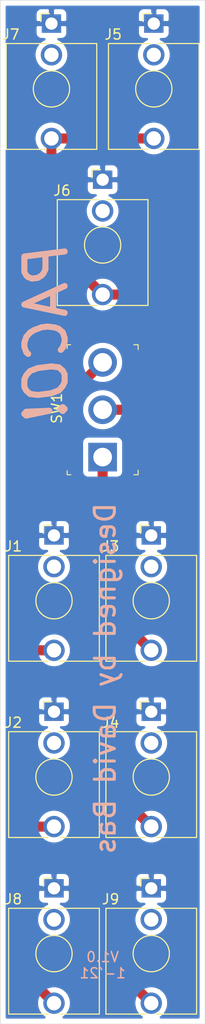
<source format=kicad_pcb>
(kicad_pcb (version 20171130) (host pcbnew "(5.1.8)-1")

  (general
    (thickness 1.6)
    (drawings 7)
    (tracks 25)
    (zones 0)
    (modules 10)
    (nets 5)
  )

  (page A4)
  (layers
    (0 F.Cu signal hide)
    (31 B.Cu signal hide)
    (32 B.Adhes user hide)
    (33 F.Adhes user hide)
    (34 B.Paste user hide)
    (35 F.Paste user hide)
    (36 B.SilkS user)
    (37 F.SilkS user hide)
    (38 B.Mask user)
    (39 F.Mask user)
    (40 Dwgs.User user hide)
    (41 Cmts.User user hide)
    (42 Eco1.User user hide)
    (43 Eco2.User user hide)
    (44 Edge.Cuts user)
    (45 Margin user hide)
    (46 B.CrtYd user)
    (47 F.CrtYd user hide)
    (48 B.Fab user hide)
    (49 F.Fab user hide)
  )

  (setup
    (last_trace_width 1)
    (user_trace_width 20)
    (trace_clearance 0.2)
    (zone_clearance 0.508)
    (zone_45_only no)
    (trace_min 0.2)
    (via_size 0.8)
    (via_drill 0.4)
    (via_min_size 0.4)
    (via_min_drill 0.3)
    (uvia_size 0.3)
    (uvia_drill 0.1)
    (uvias_allowed no)
    (uvia_min_size 0.2)
    (uvia_min_drill 0.1)
    (edge_width 0.05)
    (segment_width 0.2)
    (pcb_text_width 0.3)
    (pcb_text_size 1.5 1.5)
    (mod_edge_width 0.12)
    (mod_text_size 1 1)
    (mod_text_width 0.15)
    (pad_size 1.524 1.524)
    (pad_drill 0.762)
    (pad_to_mask_clearance 0)
    (aux_axis_origin 0 0)
    (visible_elements 7FFFFFFF)
    (pcbplotparams
      (layerselection 0x010f0_ffffffff)
      (usegerberextensions false)
      (usegerberattributes true)
      (usegerberadvancedattributes true)
      (creategerberjobfile true)
      (excludeedgelayer true)
      (linewidth 0.100000)
      (plotframeref false)
      (viasonmask false)
      (mode 1)
      (useauxorigin false)
      (hpglpennumber 1)
      (hpglpenspeed 20)
      (hpglpendiameter 15.000000)
      (psnegative false)
      (psa4output false)
      (plotreference true)
      (plotvalue true)
      (plotinvisibletext false)
      (padsonsilk false)
      (subtractmaskfromsilk true)
      (outputformat 1)
      (mirror false)
      (drillshape 0)
      (scaleselection 1)
      (outputdirectory ""))
  )

  (net 0 "")
  (net 1 "Net-(J1-PadT)")
  (net 2 GND)
  (net 3 "Net-(J3-PadT)")
  (net 4 "Net-(J5-PadT)")

  (net_class Default "This is the default net class."
    (clearance 0.2)
    (trace_width 1)
    (via_dia 0.8)
    (via_drill 0.4)
    (uvia_dia 0.3)
    (uvia_drill 0.1)
    (add_net GND)
    (add_net "Net-(J1-PadT)")
    (add_net "Net-(J3-PadT)")
    (add_net "Net-(J5-PadT)")
    (add_net "Net-(J5-PadTN)")
    (add_net "Net-(J6-PadTN)")
    (add_net "Net-(J7-PadTN)")
    (add_net "Net-(J8-PadTN)")
    (add_net "Net-(J9-PadTN)")
  )

  (module Connector_Audio:Jack_3.5mm_QingPu_WQP-PJ398SM_Vertical_CircularHoles (layer F.Cu) (tedit 5C2B6BB2) (tstamp 5FF54583)
    (at 116.586 138.938)
    (descr "TRS 3.5mm, vertical, Thonkiconn, PCB mount, (http://www.qingpu-electronics.com/en/products/WQP-PJ398SM-362.html)")
    (tags "WQP-PJ398SM WQP-PJ301M-12 TRS 3.5mm mono vertical jack thonkiconn qingpu")
    (path /6007618D)
    (fp_text reference J9 (at -4.03 1.08 180) (layer F.SilkS)
      (effects (font (size 1 1) (thickness 0.15)))
    )
    (fp_text value AudioJack2_SwitchT (at 0 5 180) (layer F.Fab)
      (effects (font (size 1 1) (thickness 0.15)))
    )
    (fp_text user %R (at 0 8 180) (layer F.Fab)
      (effects (font (size 1 1) (thickness 0.15)))
    )
    (fp_text user KEEPOUT (at 0 6.48) (layer Cmts.User)
      (effects (font (size 0.4 0.4) (thickness 0.051)))
    )
    (fp_line (start -5 12.98) (end -5 -1.42) (layer F.CrtYd) (width 0.05))
    (fp_line (start -4.5 12.48) (end -4.5 2.08) (layer F.Fab) (width 0.1))
    (fp_line (start -4.5 1.98) (end -4.5 12.48) (layer F.SilkS) (width 0.12))
    (fp_line (start 4.5 1.98) (end 4.5 12.48) (layer F.SilkS) (width 0.12))
    (fp_circle (center 0 6.48) (end 1.5 6.48) (layer Dwgs.User) (width 0.12))
    (fp_line (start 0.09 7.96) (end 1.48 6.57) (layer Dwgs.User) (width 0.12))
    (fp_line (start -0.58 7.83) (end 1.36 5.89) (layer Dwgs.User) (width 0.12))
    (fp_line (start -1.07 7.49) (end 1.01 5.41) (layer Dwgs.User) (width 0.12))
    (fp_line (start -1.42 6.875) (end 0.4 5.06) (layer Dwgs.User) (width 0.12))
    (fp_line (start -1.41 6.02) (end -0.46 5.07) (layer Dwgs.User) (width 0.12))
    (fp_line (start 4.5 12.48) (end 0.5 12.48) (layer F.SilkS) (width 0.12))
    (fp_line (start -0.5 12.48) (end -4.5 12.48) (layer F.SilkS) (width 0.12))
    (fp_line (start 4.5 1.98) (end 0.35 1.98) (layer F.SilkS) (width 0.12))
    (fp_line (start -0.35 1.98) (end -4.5 1.98) (layer F.SilkS) (width 0.12))
    (fp_circle (center 0 6.48) (end 1.8 6.48) (layer F.SilkS) (width 0.12))
    (fp_line (start -1.06 -1) (end -1.06 -0.2) (layer F.SilkS) (width 0.12))
    (fp_line (start -1.06 -1) (end -0.2 -1) (layer F.SilkS) (width 0.12))
    (fp_line (start 4.5 12.48) (end 4.5 2.08) (layer F.Fab) (width 0.1))
    (fp_line (start 4.5 12.48) (end -4.5 12.48) (layer F.Fab) (width 0.1))
    (fp_line (start 5 12.98) (end 5 -1.42) (layer F.CrtYd) (width 0.05))
    (fp_line (start 5 12.98) (end -5 12.98) (layer F.CrtYd) (width 0.05))
    (fp_line (start 5 -1.42) (end -5 -1.42) (layer F.CrtYd) (width 0.05))
    (fp_line (start 4.5 2.03) (end -4.5 2.03) (layer F.Fab) (width 0.1))
    (fp_circle (center 0 6.48) (end 1.8 6.48) (layer F.Fab) (width 0.1))
    (fp_line (start 0 0) (end 0 2.03) (layer F.Fab) (width 0.1))
    (pad T thru_hole circle (at 0 11.4 180) (size 2.13 2.13) (drill 1.43) (layers *.Cu *.Mask)
      (net 3 "Net-(J3-PadT)"))
    (pad S thru_hole rect (at 0 0 180) (size 1.93 1.83) (drill 1.22) (layers *.Cu *.Mask)
      (net 2 GND))
    (pad TN thru_hole circle (at 0 3.1 180) (size 2.13 2.13) (drill 1.42) (layers *.Cu *.Mask))
    (model ${KISYS3DMOD}/Connector_Audio.3dshapes/Jack_3.5mm_QingPu_WQP-PJ398SM_Vertical.wrl
      (at (xyz 0 0 0))
      (scale (xyz 1 1 1))
      (rotate (xyz 0 0 0))
    )
  )

  (module Connector_Audio:Jack_3.5mm_QingPu_WQP-PJ398SM_Vertical_CircularHoles (layer F.Cu) (tedit 5C2B6BB2) (tstamp 5FF54561)
    (at 106.934 138.938)
    (descr "TRS 3.5mm, vertical, Thonkiconn, PCB mount, (http://www.qingpu-electronics.com/en/products/WQP-PJ398SM-362.html)")
    (tags "WQP-PJ398SM WQP-PJ301M-12 TRS 3.5mm mono vertical jack thonkiconn qingpu")
    (path /60076A13)
    (fp_text reference J8 (at -4.03 1.08 180) (layer F.SilkS)
      (effects (font (size 1 1) (thickness 0.15)))
    )
    (fp_text value AudioJack2_SwitchT (at 0 5 180) (layer F.Fab)
      (effects (font (size 1 1) (thickness 0.15)))
    )
    (fp_text user %R (at 0 8 180) (layer F.Fab)
      (effects (font (size 1 1) (thickness 0.15)))
    )
    (fp_text user KEEPOUT (at 0 6.48) (layer Cmts.User)
      (effects (font (size 0.4 0.4) (thickness 0.051)))
    )
    (fp_line (start -5 12.98) (end -5 -1.42) (layer F.CrtYd) (width 0.05))
    (fp_line (start -4.5 12.48) (end -4.5 2.08) (layer F.Fab) (width 0.1))
    (fp_line (start -4.5 1.98) (end -4.5 12.48) (layer F.SilkS) (width 0.12))
    (fp_line (start 4.5 1.98) (end 4.5 12.48) (layer F.SilkS) (width 0.12))
    (fp_circle (center 0 6.48) (end 1.5 6.48) (layer Dwgs.User) (width 0.12))
    (fp_line (start 0.09 7.96) (end 1.48 6.57) (layer Dwgs.User) (width 0.12))
    (fp_line (start -0.58 7.83) (end 1.36 5.89) (layer Dwgs.User) (width 0.12))
    (fp_line (start -1.07 7.49) (end 1.01 5.41) (layer Dwgs.User) (width 0.12))
    (fp_line (start -1.42 6.875) (end 0.4 5.06) (layer Dwgs.User) (width 0.12))
    (fp_line (start -1.41 6.02) (end -0.46 5.07) (layer Dwgs.User) (width 0.12))
    (fp_line (start 4.5 12.48) (end 0.5 12.48) (layer F.SilkS) (width 0.12))
    (fp_line (start -0.5 12.48) (end -4.5 12.48) (layer F.SilkS) (width 0.12))
    (fp_line (start 4.5 1.98) (end 0.35 1.98) (layer F.SilkS) (width 0.12))
    (fp_line (start -0.35 1.98) (end -4.5 1.98) (layer F.SilkS) (width 0.12))
    (fp_circle (center 0 6.48) (end 1.8 6.48) (layer F.SilkS) (width 0.12))
    (fp_line (start -1.06 -1) (end -1.06 -0.2) (layer F.SilkS) (width 0.12))
    (fp_line (start -1.06 -1) (end -0.2 -1) (layer F.SilkS) (width 0.12))
    (fp_line (start 4.5 12.48) (end 4.5 2.08) (layer F.Fab) (width 0.1))
    (fp_line (start 4.5 12.48) (end -4.5 12.48) (layer F.Fab) (width 0.1))
    (fp_line (start 5 12.98) (end 5 -1.42) (layer F.CrtYd) (width 0.05))
    (fp_line (start 5 12.98) (end -5 12.98) (layer F.CrtYd) (width 0.05))
    (fp_line (start 5 -1.42) (end -5 -1.42) (layer F.CrtYd) (width 0.05))
    (fp_line (start 4.5 2.03) (end -4.5 2.03) (layer F.Fab) (width 0.1))
    (fp_circle (center 0 6.48) (end 1.8 6.48) (layer F.Fab) (width 0.1))
    (fp_line (start 0 0) (end 0 2.03) (layer F.Fab) (width 0.1))
    (pad T thru_hole circle (at 0 11.4 180) (size 2.13 2.13) (drill 1.43) (layers *.Cu *.Mask)
      (net 1 "Net-(J1-PadT)"))
    (pad S thru_hole rect (at 0 0 180) (size 1.93 1.83) (drill 1.22) (layers *.Cu *.Mask)
      (net 2 GND))
    (pad TN thru_hole circle (at 0 3.1 180) (size 2.13 2.13) (drill 1.42) (layers *.Cu *.Mask))
    (model ${KISYS3DMOD}/Connector_Audio.3dshapes/Jack_3.5mm_QingPu_WQP-PJ398SM_Vertical.wrl
      (at (xyz 0 0 0))
      (scale (xyz 1 1 1))
      (rotate (xyz 0 0 0))
    )
  )

  (module digikey-footprints:Toggle_Switch_100SP1T1B4M2QE (layer F.Cu) (tedit 5AF5CA0B) (tstamp 5FD80CCE)
    (at 111.76 96.14 90)
    (descr http://spec_sheets.e-switch.com/specs/T111597.pdf)
    (path /5FD7D5B5)
    (fp_text reference SW1 (at 4.84 -4.55 90) (layer F.SilkS)
      (effects (font (size 1 1) (thickness 0.15)))
    )
    (fp_text value SW_SPDT (at 4.65 4.82 90) (layer F.Fab)
      (effects (font (size 1 1) (thickness 0.15)))
    )
    (fp_line (start -1.65 -3.43) (end 11.05 -3.43) (layer F.Fab) (width 0.1))
    (fp_line (start -1.65 3.43) (end 11.05 3.43) (layer F.Fab) (width 0.1))
    (fp_line (start -1.65 -3.43) (end -1.65 3.43) (layer F.Fab) (width 0.1))
    (fp_line (start 11.05 3.43) (end 11.05 -3.43) (layer F.Fab) (width 0.1))
    (fp_line (start 11.15 -3.525) (end 11.15 -3.175) (layer F.SilkS) (width 0.1))
    (fp_line (start 10.775 -3.525) (end 11.15 -3.525) (layer F.SilkS) (width 0.1))
    (fp_line (start -1.75 -3.525) (end -1.35 -3.525) (layer F.SilkS) (width 0.1))
    (fp_line (start -1.75 -3.525) (end -1.75 -3.15) (layer F.SilkS) (width 0.1))
    (fp_line (start -1.75 3.525) (end -1.75 3.1) (layer F.SilkS) (width 0.1))
    (fp_line (start -1.75 3.525) (end -1.3 3.525) (layer F.SilkS) (width 0.1))
    (fp_line (start 11.125 3.525) (end 10.675 3.525) (layer F.SilkS) (width 0.1))
    (fp_line (start 11.15 3.525) (end 11.15 3.1) (layer F.SilkS) (width 0.1))
    (fp_line (start -1.9 -3.68) (end 11.3 -3.68) (layer F.CrtYd) (width 0.05))
    (fp_line (start -1.9 3.68) (end -1.9 -3.68) (layer F.CrtYd) (width 0.05))
    (fp_line (start 11.3 3.68) (end -1.9 3.68) (layer F.CrtYd) (width 0.05))
    (fp_line (start 11.3 -3.68) (end 11.3 3.68) (layer F.CrtYd) (width 0.05))
    (fp_circle (center 4.7 0) (end 4.7 3.4) (layer F.Fab) (width 0.1))
    (fp_text user %R (at 4.7 0 90) (layer F.Fab)
      (effects (font (size 1 1) (thickness 0.15)))
    )
    (pad 3 thru_hole circle (at 9.4 0 90) (size 2.85 2.85) (drill 1.85) (layers *.Cu *.Mask)
      (net 1 "Net-(J1-PadT)"))
    (pad 2 thru_hole circle (at 4.7 0 90) (size 2.85 2.85) (drill 1.85) (layers *.Cu *.Mask)
      (net 4 "Net-(J5-PadT)"))
    (pad 1 thru_hole rect (at 0 0 90) (size 2.85 2.85) (drill 1.85) (layers *.Cu *.Mask)
      (net 3 "Net-(J3-PadT)"))
  )

  (module Connector_Audio:Jack_3.5mm_QingPu_WQP-PJ398SM_Vertical_CircularHoles (layer F.Cu) (tedit 5C2B6BB2) (tstamp 5FD816A7)
    (at 116.586 121.412)
    (descr "TRS 3.5mm, vertical, Thonkiconn, PCB mount, (http://www.qingpu-electronics.com/en/products/WQP-PJ398SM-362.html)")
    (tags "WQP-PJ398SM WQP-PJ301M-12 TRS 3.5mm mono vertical jack thonkiconn qingpu")
    (path /5FD918B0)
    (fp_text reference J4 (at -4.03 1.08 180) (layer F.SilkS)
      (effects (font (size 1 1) (thickness 0.15)))
    )
    (fp_text value AudioJack2_SwitchT (at 0 5 180) (layer F.Fab)
      (effects (font (size 1 1) (thickness 0.15)))
    )
    (fp_line (start -5 12.98) (end -5 -1.42) (layer F.CrtYd) (width 0.05))
    (fp_line (start -4.5 12.48) (end -4.5 2.08) (layer F.Fab) (width 0.1))
    (fp_line (start -4.5 1.98) (end -4.5 12.48) (layer F.SilkS) (width 0.12))
    (fp_line (start 4.5 1.98) (end 4.5 12.48) (layer F.SilkS) (width 0.12))
    (fp_circle (center 0 6.48) (end 1.5 6.48) (layer Dwgs.User) (width 0.12))
    (fp_line (start 0.09 7.96) (end 1.48 6.57) (layer Dwgs.User) (width 0.12))
    (fp_line (start -0.58 7.83) (end 1.36 5.89) (layer Dwgs.User) (width 0.12))
    (fp_line (start -1.07 7.49) (end 1.01 5.41) (layer Dwgs.User) (width 0.12))
    (fp_line (start -1.42 6.875) (end 0.4 5.06) (layer Dwgs.User) (width 0.12))
    (fp_line (start -1.41 6.02) (end -0.46 5.07) (layer Dwgs.User) (width 0.12))
    (fp_line (start 4.5 12.48) (end 0.5 12.48) (layer F.SilkS) (width 0.12))
    (fp_line (start -0.5 12.48) (end -4.5 12.48) (layer F.SilkS) (width 0.12))
    (fp_line (start 4.5 1.98) (end 0.35 1.98) (layer F.SilkS) (width 0.12))
    (fp_line (start -0.35 1.98) (end -4.5 1.98) (layer F.SilkS) (width 0.12))
    (fp_circle (center 0 6.48) (end 1.8 6.48) (layer F.SilkS) (width 0.12))
    (fp_line (start -1.06 -1) (end -1.06 -0.2) (layer F.SilkS) (width 0.12))
    (fp_line (start -1.06 -1) (end -0.2 -1) (layer F.SilkS) (width 0.12))
    (fp_line (start 4.5 12.48) (end 4.5 2.08) (layer F.Fab) (width 0.1))
    (fp_line (start 4.5 12.48) (end -4.5 12.48) (layer F.Fab) (width 0.1))
    (fp_line (start 5 12.98) (end 5 -1.42) (layer F.CrtYd) (width 0.05))
    (fp_line (start 5 12.98) (end -5 12.98) (layer F.CrtYd) (width 0.05))
    (fp_line (start 5 -1.42) (end -5 -1.42) (layer F.CrtYd) (width 0.05))
    (fp_line (start 4.5 2.03) (end -4.5 2.03) (layer F.Fab) (width 0.1))
    (fp_circle (center 0 6.48) (end 1.8 6.48) (layer F.Fab) (width 0.1))
    (fp_line (start 0 0) (end 0 2.03) (layer F.Fab) (width 0.1))
    (fp_text user %R (at 0 8 180) (layer F.Fab)
      (effects (font (size 1 1) (thickness 0.15)))
    )
    (fp_text user KEEPOUT (at 0 6.48) (layer Cmts.User)
      (effects (font (size 0.4 0.4) (thickness 0.051)))
    )
    (pad T thru_hole circle (at 0 11.4 180) (size 2.13 2.13) (drill 1.43) (layers *.Cu *.Mask)
      (net 3 "Net-(J3-PadT)"))
    (pad S thru_hole rect (at 0 0 180) (size 1.93 1.83) (drill 1.22) (layers *.Cu *.Mask)
      (net 2 GND))
    (pad TN thru_hole circle (at 0 3.1 180) (size 2.13 2.13) (drill 1.42) (layers *.Cu *.Mask))
    (model ${KISYS3DMOD}/Connector_Audio.3dshapes/Jack_3.5mm_QingPu_WQP-PJ398SM_Vertical.wrl
      (at (xyz 0 0 0))
      (scale (xyz 1 1 1))
      (rotate (xyz 0 0 0))
    )
  )

  (module Connector_Audio:Jack_3.5mm_QingPu_WQP-PJ398SM_Vertical_CircularHoles (layer F.Cu) (tedit 5C2B6BB2) (tstamp 5FD8170D)
    (at 106.68 53.116)
    (descr "TRS 3.5mm, vertical, Thonkiconn, PCB mount, (http://www.qingpu-electronics.com/en/products/WQP-PJ398SM-362.html)")
    (tags "WQP-PJ398SM WQP-PJ301M-12 TRS 3.5mm mono vertical jack thonkiconn qingpu")
    (path /5FD930D0)
    (fp_text reference J7 (at -4.03 1.08 180) (layer F.SilkS)
      (effects (font (size 1 1) (thickness 0.15)))
    )
    (fp_text value AudioJack2_SwitchT (at 0 5 180) (layer F.Fab)
      (effects (font (size 1 1) (thickness 0.15)))
    )
    (fp_line (start -5 12.98) (end -5 -1.42) (layer F.CrtYd) (width 0.05))
    (fp_line (start -4.5 12.48) (end -4.5 2.08) (layer F.Fab) (width 0.1))
    (fp_line (start -4.5 1.98) (end -4.5 12.48) (layer F.SilkS) (width 0.12))
    (fp_line (start 4.5 1.98) (end 4.5 12.48) (layer F.SilkS) (width 0.12))
    (fp_circle (center 0 6.48) (end 1.5 6.48) (layer Dwgs.User) (width 0.12))
    (fp_line (start 0.09 7.96) (end 1.48 6.57) (layer Dwgs.User) (width 0.12))
    (fp_line (start -0.58 7.83) (end 1.36 5.89) (layer Dwgs.User) (width 0.12))
    (fp_line (start -1.07 7.49) (end 1.01 5.41) (layer Dwgs.User) (width 0.12))
    (fp_line (start -1.42 6.875) (end 0.4 5.06) (layer Dwgs.User) (width 0.12))
    (fp_line (start -1.41 6.02) (end -0.46 5.07) (layer Dwgs.User) (width 0.12))
    (fp_line (start 4.5 12.48) (end 0.5 12.48) (layer F.SilkS) (width 0.12))
    (fp_line (start -0.5 12.48) (end -4.5 12.48) (layer F.SilkS) (width 0.12))
    (fp_line (start 4.5 1.98) (end 0.35 1.98) (layer F.SilkS) (width 0.12))
    (fp_line (start -0.35 1.98) (end -4.5 1.98) (layer F.SilkS) (width 0.12))
    (fp_circle (center 0 6.48) (end 1.8 6.48) (layer F.SilkS) (width 0.12))
    (fp_line (start -1.06 -1) (end -1.06 -0.2) (layer F.SilkS) (width 0.12))
    (fp_line (start -1.06 -1) (end -0.2 -1) (layer F.SilkS) (width 0.12))
    (fp_line (start 4.5 12.48) (end 4.5 2.08) (layer F.Fab) (width 0.1))
    (fp_line (start 4.5 12.48) (end -4.5 12.48) (layer F.Fab) (width 0.1))
    (fp_line (start 5 12.98) (end 5 -1.42) (layer F.CrtYd) (width 0.05))
    (fp_line (start 5 12.98) (end -5 12.98) (layer F.CrtYd) (width 0.05))
    (fp_line (start 5 -1.42) (end -5 -1.42) (layer F.CrtYd) (width 0.05))
    (fp_line (start 4.5 2.03) (end -4.5 2.03) (layer F.Fab) (width 0.1))
    (fp_circle (center 0 6.48) (end 1.8 6.48) (layer F.Fab) (width 0.1))
    (fp_line (start 0 0) (end 0 2.03) (layer F.Fab) (width 0.1))
    (fp_text user %R (at 0 8 180) (layer F.Fab)
      (effects (font (size 1 1) (thickness 0.15)))
    )
    (fp_text user KEEPOUT (at 0 6.48) (layer Cmts.User)
      (effects (font (size 0.4 0.4) (thickness 0.051)))
    )
    (pad T thru_hole circle (at 0 11.4 180) (size 2.13 2.13) (drill 1.43) (layers *.Cu *.Mask)
      (net 4 "Net-(J5-PadT)"))
    (pad S thru_hole rect (at 0 0 180) (size 1.93 1.83) (drill 1.22) (layers *.Cu *.Mask)
      (net 2 GND))
    (pad TN thru_hole circle (at 0 3.1 180) (size 2.13 2.13) (drill 1.42) (layers *.Cu *.Mask))
    (model ${KISYS3DMOD}/Connector_Audio.3dshapes/Jack_3.5mm_QingPu_WQP-PJ398SM_Vertical.wrl
      (at (xyz 0 0 0))
      (scale (xyz 1 1 1))
      (rotate (xyz 0 0 0))
    )
  )

  (module Connector_Audio:Jack_3.5mm_QingPu_WQP-PJ398SM_Vertical_CircularHoles (layer F.Cu) (tedit 5C2B6BB2) (tstamp 5FD816EB)
    (at 111.76 68.61)
    (descr "TRS 3.5mm, vertical, Thonkiconn, PCB mount, (http://www.qingpu-electronics.com/en/products/WQP-PJ398SM-362.html)")
    (tags "WQP-PJ398SM WQP-PJ301M-12 TRS 3.5mm mono vertical jack thonkiconn qingpu")
    (path /5FD92803)
    (fp_text reference J6 (at -4.03 1.08 180) (layer F.SilkS)
      (effects (font (size 1 1) (thickness 0.15)))
    )
    (fp_text value AudioJack2_SwitchT (at 0 5 180) (layer F.Fab)
      (effects (font (size 1 1) (thickness 0.15)))
    )
    (fp_line (start -5 12.98) (end -5 -1.42) (layer F.CrtYd) (width 0.05))
    (fp_line (start -4.5 12.48) (end -4.5 2.08) (layer F.Fab) (width 0.1))
    (fp_line (start -4.5 1.98) (end -4.5 12.48) (layer F.SilkS) (width 0.12))
    (fp_line (start 4.5 1.98) (end 4.5 12.48) (layer F.SilkS) (width 0.12))
    (fp_circle (center 0 6.48) (end 1.5 6.48) (layer Dwgs.User) (width 0.12))
    (fp_line (start 0.09 7.96) (end 1.48 6.57) (layer Dwgs.User) (width 0.12))
    (fp_line (start -0.58 7.83) (end 1.36 5.89) (layer Dwgs.User) (width 0.12))
    (fp_line (start -1.07 7.49) (end 1.01 5.41) (layer Dwgs.User) (width 0.12))
    (fp_line (start -1.42 6.875) (end 0.4 5.06) (layer Dwgs.User) (width 0.12))
    (fp_line (start -1.41 6.02) (end -0.46 5.07) (layer Dwgs.User) (width 0.12))
    (fp_line (start 4.5 12.48) (end 0.5 12.48) (layer F.SilkS) (width 0.12))
    (fp_line (start -0.5 12.48) (end -4.5 12.48) (layer F.SilkS) (width 0.12))
    (fp_line (start 4.5 1.98) (end 0.35 1.98) (layer F.SilkS) (width 0.12))
    (fp_line (start -0.35 1.98) (end -4.5 1.98) (layer F.SilkS) (width 0.12))
    (fp_circle (center 0 6.48) (end 1.8 6.48) (layer F.SilkS) (width 0.12))
    (fp_line (start -1.06 -1) (end -1.06 -0.2) (layer F.SilkS) (width 0.12))
    (fp_line (start -1.06 -1) (end -0.2 -1) (layer F.SilkS) (width 0.12))
    (fp_line (start 4.5 12.48) (end 4.5 2.08) (layer F.Fab) (width 0.1))
    (fp_line (start 4.5 12.48) (end -4.5 12.48) (layer F.Fab) (width 0.1))
    (fp_line (start 5 12.98) (end 5 -1.42) (layer F.CrtYd) (width 0.05))
    (fp_line (start 5 12.98) (end -5 12.98) (layer F.CrtYd) (width 0.05))
    (fp_line (start 5 -1.42) (end -5 -1.42) (layer F.CrtYd) (width 0.05))
    (fp_line (start 4.5 2.03) (end -4.5 2.03) (layer F.Fab) (width 0.1))
    (fp_circle (center 0 6.48) (end 1.8 6.48) (layer F.Fab) (width 0.1))
    (fp_line (start 0 0) (end 0 2.03) (layer F.Fab) (width 0.1))
    (fp_text user %R (at 0 8 180) (layer F.Fab)
      (effects (font (size 1 1) (thickness 0.15)))
    )
    (fp_text user KEEPOUT (at 0 6.48) (layer Cmts.User)
      (effects (font (size 0.4 0.4) (thickness 0.051)))
    )
    (pad T thru_hole circle (at 0 11.4 180) (size 2.13 2.13) (drill 1.43) (layers *.Cu *.Mask)
      (net 4 "Net-(J5-PadT)"))
    (pad S thru_hole rect (at 0 0 180) (size 1.93 1.83) (drill 1.22) (layers *.Cu *.Mask)
      (net 2 GND))
    (pad TN thru_hole circle (at 0 3.1 180) (size 2.13 2.13) (drill 1.42) (layers *.Cu *.Mask))
    (model ${KISYS3DMOD}/Connector_Audio.3dshapes/Jack_3.5mm_QingPu_WQP-PJ398SM_Vertical.wrl
      (at (xyz 0 0 0))
      (scale (xyz 1 1 1))
      (rotate (xyz 0 0 0))
    )
  )

  (module Connector_Audio:Jack_3.5mm_QingPu_WQP-PJ398SM_Vertical_CircularHoles (layer F.Cu) (tedit 5C2B6BB2) (tstamp 5FD816C9)
    (at 116.84 53.116)
    (descr "TRS 3.5mm, vertical, Thonkiconn, PCB mount, (http://www.qingpu-electronics.com/en/products/WQP-PJ398SM-362.html)")
    (tags "WQP-PJ398SM WQP-PJ301M-12 TRS 3.5mm mono vertical jack thonkiconn qingpu")
    (path /5FD91F8A)
    (fp_text reference J5 (at -4.03 1.08 180) (layer F.SilkS)
      (effects (font (size 1 1) (thickness 0.15)))
    )
    (fp_text value AudioJack2_SwitchT (at 0 5 180) (layer F.Fab)
      (effects (font (size 1 1) (thickness 0.15)))
    )
    (fp_line (start -5 12.98) (end -5 -1.42) (layer F.CrtYd) (width 0.05))
    (fp_line (start -4.5 12.48) (end -4.5 2.08) (layer F.Fab) (width 0.1))
    (fp_line (start -4.5 1.98) (end -4.5 12.48) (layer F.SilkS) (width 0.12))
    (fp_line (start 4.5 1.98) (end 4.5 12.48) (layer F.SilkS) (width 0.12))
    (fp_circle (center 0 6.48) (end 1.5 6.48) (layer Dwgs.User) (width 0.12))
    (fp_line (start 0.09 7.96) (end 1.48 6.57) (layer Dwgs.User) (width 0.12))
    (fp_line (start -0.58 7.83) (end 1.36 5.89) (layer Dwgs.User) (width 0.12))
    (fp_line (start -1.07 7.49) (end 1.01 5.41) (layer Dwgs.User) (width 0.12))
    (fp_line (start -1.42 6.875) (end 0.4 5.06) (layer Dwgs.User) (width 0.12))
    (fp_line (start -1.41 6.02) (end -0.46 5.07) (layer Dwgs.User) (width 0.12))
    (fp_line (start 4.5 12.48) (end 0.5 12.48) (layer F.SilkS) (width 0.12))
    (fp_line (start -0.5 12.48) (end -4.5 12.48) (layer F.SilkS) (width 0.12))
    (fp_line (start 4.5 1.98) (end 0.35 1.98) (layer F.SilkS) (width 0.12))
    (fp_line (start -0.35 1.98) (end -4.5 1.98) (layer F.SilkS) (width 0.12))
    (fp_circle (center 0 6.48) (end 1.8 6.48) (layer F.SilkS) (width 0.12))
    (fp_line (start -1.06 -1) (end -1.06 -0.2) (layer F.SilkS) (width 0.12))
    (fp_line (start -1.06 -1) (end -0.2 -1) (layer F.SilkS) (width 0.12))
    (fp_line (start 4.5 12.48) (end 4.5 2.08) (layer F.Fab) (width 0.1))
    (fp_line (start 4.5 12.48) (end -4.5 12.48) (layer F.Fab) (width 0.1))
    (fp_line (start 5 12.98) (end 5 -1.42) (layer F.CrtYd) (width 0.05))
    (fp_line (start 5 12.98) (end -5 12.98) (layer F.CrtYd) (width 0.05))
    (fp_line (start 5 -1.42) (end -5 -1.42) (layer F.CrtYd) (width 0.05))
    (fp_line (start 4.5 2.03) (end -4.5 2.03) (layer F.Fab) (width 0.1))
    (fp_circle (center 0 6.48) (end 1.8 6.48) (layer F.Fab) (width 0.1))
    (fp_line (start 0 0) (end 0 2.03) (layer F.Fab) (width 0.1))
    (fp_text user %R (at 0 8 180) (layer F.Fab)
      (effects (font (size 1 1) (thickness 0.15)))
    )
    (fp_text user KEEPOUT (at 0 6.48) (layer Cmts.User)
      (effects (font (size 0.4 0.4) (thickness 0.051)))
    )
    (pad T thru_hole circle (at 0 11.4 180) (size 2.13 2.13) (drill 1.43) (layers *.Cu *.Mask)
      (net 4 "Net-(J5-PadT)"))
    (pad S thru_hole rect (at 0 0 180) (size 1.93 1.83) (drill 1.22) (layers *.Cu *.Mask)
      (net 2 GND))
    (pad TN thru_hole circle (at 0 3.1 180) (size 2.13 2.13) (drill 1.42) (layers *.Cu *.Mask))
    (model ${KISYS3DMOD}/Connector_Audio.3dshapes/Jack_3.5mm_QingPu_WQP-PJ398SM_Vertical.wrl
      (at (xyz 0 0 0))
      (scale (xyz 1 1 1))
      (rotate (xyz 0 0 0))
    )
  )

  (module Connector_Audio:Jack_3.5mm_QingPu_WQP-PJ398SM_Vertical_CircularHoles (layer F.Cu) (tedit 5C2B6BB2) (tstamp 5FD81685)
    (at 116.586 103.916)
    (descr "TRS 3.5mm, vertical, Thonkiconn, PCB mount, (http://www.qingpu-electronics.com/en/products/WQP-PJ398SM-362.html)")
    (tags "WQP-PJ398SM WQP-PJ301M-12 TRS 3.5mm mono vertical jack thonkiconn qingpu")
    (path /5FD910BC)
    (fp_text reference J3 (at -4.03 1.08 180) (layer F.SilkS)
      (effects (font (size 1 1) (thickness 0.15)))
    )
    (fp_text value AudioJack2_SwitchT (at 0 5 180) (layer F.Fab)
      (effects (font (size 1 1) (thickness 0.15)))
    )
    (fp_line (start -5 12.98) (end -5 -1.42) (layer F.CrtYd) (width 0.05))
    (fp_line (start -4.5 12.48) (end -4.5 2.08) (layer F.Fab) (width 0.1))
    (fp_line (start -4.5 1.98) (end -4.5 12.48) (layer F.SilkS) (width 0.12))
    (fp_line (start 4.5 1.98) (end 4.5 12.48) (layer F.SilkS) (width 0.12))
    (fp_circle (center 0 6.48) (end 1.5 6.48) (layer Dwgs.User) (width 0.12))
    (fp_line (start 0.09 7.96) (end 1.48 6.57) (layer Dwgs.User) (width 0.12))
    (fp_line (start -0.58 7.83) (end 1.36 5.89) (layer Dwgs.User) (width 0.12))
    (fp_line (start -1.07 7.49) (end 1.01 5.41) (layer Dwgs.User) (width 0.12))
    (fp_line (start -1.42 6.875) (end 0.4 5.06) (layer Dwgs.User) (width 0.12))
    (fp_line (start -1.41 6.02) (end -0.46 5.07) (layer Dwgs.User) (width 0.12))
    (fp_line (start 4.5 12.48) (end 0.5 12.48) (layer F.SilkS) (width 0.12))
    (fp_line (start -0.5 12.48) (end -4.5 12.48) (layer F.SilkS) (width 0.12))
    (fp_line (start 4.5 1.98) (end 0.35 1.98) (layer F.SilkS) (width 0.12))
    (fp_line (start -0.35 1.98) (end -4.5 1.98) (layer F.SilkS) (width 0.12))
    (fp_circle (center 0 6.48) (end 1.8 6.48) (layer F.SilkS) (width 0.12))
    (fp_line (start -1.06 -1) (end -1.06 -0.2) (layer F.SilkS) (width 0.12))
    (fp_line (start -1.06 -1) (end -0.2 -1) (layer F.SilkS) (width 0.12))
    (fp_line (start 4.5 12.48) (end 4.5 2.08) (layer F.Fab) (width 0.1))
    (fp_line (start 4.5 12.48) (end -4.5 12.48) (layer F.Fab) (width 0.1))
    (fp_line (start 5 12.98) (end 5 -1.42) (layer F.CrtYd) (width 0.05))
    (fp_line (start 5 12.98) (end -5 12.98) (layer F.CrtYd) (width 0.05))
    (fp_line (start 5 -1.42) (end -5 -1.42) (layer F.CrtYd) (width 0.05))
    (fp_line (start 4.5 2.03) (end -4.5 2.03) (layer F.Fab) (width 0.1))
    (fp_circle (center 0 6.48) (end 1.8 6.48) (layer F.Fab) (width 0.1))
    (fp_line (start 0 0) (end 0 2.03) (layer F.Fab) (width 0.1))
    (fp_text user %R (at 0 8 180) (layer F.Fab)
      (effects (font (size 1 1) (thickness 0.15)))
    )
    (fp_text user KEEPOUT (at 0 6.48) (layer Cmts.User)
      (effects (font (size 0.4 0.4) (thickness 0.051)))
    )
    (pad T thru_hole circle (at 0 11.4 180) (size 2.13 2.13) (drill 1.43) (layers *.Cu *.Mask)
      (net 3 "Net-(J3-PadT)"))
    (pad S thru_hole rect (at 0 0 180) (size 1.93 1.83) (drill 1.22) (layers *.Cu *.Mask)
      (net 2 GND))
    (pad TN thru_hole circle (at 0 3.1 180) (size 2.13 2.13) (drill 1.42) (layers *.Cu *.Mask))
    (model ${KISYS3DMOD}/Connector_Audio.3dshapes/Jack_3.5mm_QingPu_WQP-PJ398SM_Vertical.wrl
      (at (xyz 0 0 0))
      (scale (xyz 1 1 1))
      (rotate (xyz 0 0 0))
    )
  )

  (module Connector_Audio:Jack_3.5mm_QingPu_WQP-PJ398SM_Vertical_CircularHoles (layer F.Cu) (tedit 5C2B6BB2) (tstamp 5FD81663)
    (at 106.934 121.412)
    (descr "TRS 3.5mm, vertical, Thonkiconn, PCB mount, (http://www.qingpu-electronics.com/en/products/WQP-PJ398SM-362.html)")
    (tags "WQP-PJ398SM WQP-PJ301M-12 TRS 3.5mm mono vertical jack thonkiconn qingpu")
    (path /5FD90A6A)
    (fp_text reference J2 (at -4.03 1.08 180) (layer F.SilkS)
      (effects (font (size 1 1) (thickness 0.15)))
    )
    (fp_text value AudioJack2_SwitchT (at 0 5 180) (layer F.Fab)
      (effects (font (size 1 1) (thickness 0.15)))
    )
    (fp_line (start -5 12.98) (end -5 -1.42) (layer F.CrtYd) (width 0.05))
    (fp_line (start -4.5 12.48) (end -4.5 2.08) (layer F.Fab) (width 0.1))
    (fp_line (start -4.5 1.98) (end -4.5 12.48) (layer F.SilkS) (width 0.12))
    (fp_line (start 4.5 1.98) (end 4.5 12.48) (layer F.SilkS) (width 0.12))
    (fp_circle (center 0 6.48) (end 1.5 6.48) (layer Dwgs.User) (width 0.12))
    (fp_line (start 0.09 7.96) (end 1.48 6.57) (layer Dwgs.User) (width 0.12))
    (fp_line (start -0.58 7.83) (end 1.36 5.89) (layer Dwgs.User) (width 0.12))
    (fp_line (start -1.07 7.49) (end 1.01 5.41) (layer Dwgs.User) (width 0.12))
    (fp_line (start -1.42 6.875) (end 0.4 5.06) (layer Dwgs.User) (width 0.12))
    (fp_line (start -1.41 6.02) (end -0.46 5.07) (layer Dwgs.User) (width 0.12))
    (fp_line (start 4.5 12.48) (end 0.5 12.48) (layer F.SilkS) (width 0.12))
    (fp_line (start -0.5 12.48) (end -4.5 12.48) (layer F.SilkS) (width 0.12))
    (fp_line (start 4.5 1.98) (end 0.35 1.98) (layer F.SilkS) (width 0.12))
    (fp_line (start -0.35 1.98) (end -4.5 1.98) (layer F.SilkS) (width 0.12))
    (fp_circle (center 0 6.48) (end 1.8 6.48) (layer F.SilkS) (width 0.12))
    (fp_line (start -1.06 -1) (end -1.06 -0.2) (layer F.SilkS) (width 0.12))
    (fp_line (start -1.06 -1) (end -0.2 -1) (layer F.SilkS) (width 0.12))
    (fp_line (start 4.5 12.48) (end 4.5 2.08) (layer F.Fab) (width 0.1))
    (fp_line (start 4.5 12.48) (end -4.5 12.48) (layer F.Fab) (width 0.1))
    (fp_line (start 5 12.98) (end 5 -1.42) (layer F.CrtYd) (width 0.05))
    (fp_line (start 5 12.98) (end -5 12.98) (layer F.CrtYd) (width 0.05))
    (fp_line (start 5 -1.42) (end -5 -1.42) (layer F.CrtYd) (width 0.05))
    (fp_line (start 4.5 2.03) (end -4.5 2.03) (layer F.Fab) (width 0.1))
    (fp_circle (center 0 6.48) (end 1.8 6.48) (layer F.Fab) (width 0.1))
    (fp_line (start 0 0) (end 0 2.03) (layer F.Fab) (width 0.1))
    (fp_text user %R (at 0 8 180) (layer F.Fab)
      (effects (font (size 1 1) (thickness 0.15)))
    )
    (fp_text user KEEPOUT (at 0 6.48) (layer Cmts.User)
      (effects (font (size 0.4 0.4) (thickness 0.051)))
    )
    (pad T thru_hole circle (at 0 11.4 180) (size 2.13 2.13) (drill 1.43) (layers *.Cu *.Mask)
      (net 1 "Net-(J1-PadT)"))
    (pad S thru_hole rect (at 0 0 180) (size 1.93 1.83) (drill 1.22) (layers *.Cu *.Mask)
      (net 2 GND))
    (pad TN thru_hole circle (at 0 3.1 180) (size 2.13 2.13) (drill 1.42) (layers *.Cu *.Mask))
    (model ${KISYS3DMOD}/Connector_Audio.3dshapes/Jack_3.5mm_QingPu_WQP-PJ398SM_Vertical.wrl
      (at (xyz 0 0 0))
      (scale (xyz 1 1 1))
      (rotate (xyz 0 0 0))
    )
  )

  (module Connector_Audio:Jack_3.5mm_QingPu_WQP-PJ398SM_Vertical_CircularHoles (layer F.Cu) (tedit 5C2B6BB2) (tstamp 5FD81641)
    (at 106.934 103.916)
    (descr "TRS 3.5mm, vertical, Thonkiconn, PCB mount, (http://www.qingpu-electronics.com/en/products/WQP-PJ398SM-362.html)")
    (tags "WQP-PJ398SM WQP-PJ301M-12 TRS 3.5mm mono vertical jack thonkiconn qingpu")
    (path /5FD89FC5)
    (fp_text reference J1 (at -4.03 1.08 180) (layer F.SilkS)
      (effects (font (size 1 1) (thickness 0.15)))
    )
    (fp_text value AudioJack2_SwitchT (at 0 5 180) (layer F.Fab)
      (effects (font (size 1 1) (thickness 0.15)))
    )
    (fp_line (start -5 12.98) (end -5 -1.42) (layer F.CrtYd) (width 0.05))
    (fp_line (start -4.5 12.48) (end -4.5 2.08) (layer F.Fab) (width 0.1))
    (fp_line (start -4.5 1.98) (end -4.5 12.48) (layer F.SilkS) (width 0.12))
    (fp_line (start 4.5 1.98) (end 4.5 12.48) (layer F.SilkS) (width 0.12))
    (fp_circle (center 0 6.48) (end 1.5 6.48) (layer Dwgs.User) (width 0.12))
    (fp_line (start 0.09 7.96) (end 1.48 6.57) (layer Dwgs.User) (width 0.12))
    (fp_line (start -0.58 7.83) (end 1.36 5.89) (layer Dwgs.User) (width 0.12))
    (fp_line (start -1.07 7.49) (end 1.01 5.41) (layer Dwgs.User) (width 0.12))
    (fp_line (start -1.42 6.875) (end 0.4 5.06) (layer Dwgs.User) (width 0.12))
    (fp_line (start -1.41 6.02) (end -0.46 5.07) (layer Dwgs.User) (width 0.12))
    (fp_line (start 4.5 12.48) (end 0.5 12.48) (layer F.SilkS) (width 0.12))
    (fp_line (start -0.5 12.48) (end -4.5 12.48) (layer F.SilkS) (width 0.12))
    (fp_line (start 4.5 1.98) (end 0.35 1.98) (layer F.SilkS) (width 0.12))
    (fp_line (start -0.35 1.98) (end -4.5 1.98) (layer F.SilkS) (width 0.12))
    (fp_circle (center 0 6.48) (end 1.8 6.48) (layer F.SilkS) (width 0.12))
    (fp_line (start -1.06 -1) (end -1.06 -0.2) (layer F.SilkS) (width 0.12))
    (fp_line (start -1.06 -1) (end -0.2 -1) (layer F.SilkS) (width 0.12))
    (fp_line (start 4.5 12.48) (end 4.5 2.08) (layer F.Fab) (width 0.1))
    (fp_line (start 4.5 12.48) (end -4.5 12.48) (layer F.Fab) (width 0.1))
    (fp_line (start 5 12.98) (end 5 -1.42) (layer F.CrtYd) (width 0.05))
    (fp_line (start 5 12.98) (end -5 12.98) (layer F.CrtYd) (width 0.05))
    (fp_line (start 5 -1.42) (end -5 -1.42) (layer F.CrtYd) (width 0.05))
    (fp_line (start 4.5 2.03) (end -4.5 2.03) (layer F.Fab) (width 0.1))
    (fp_circle (center 0 6.48) (end 1.8 6.48) (layer F.Fab) (width 0.1))
    (fp_line (start 0 0) (end 0 2.03) (layer F.Fab) (width 0.1))
    (fp_text user %R (at 0 8 180) (layer F.Fab)
      (effects (font (size 1 1) (thickness 0.15)))
    )
    (fp_text user KEEPOUT (at 0 6.48) (layer Cmts.User)
      (effects (font (size 0.4 0.4) (thickness 0.051)))
    )
    (pad T thru_hole circle (at 0 11.4 180) (size 2.13 2.13) (drill 1.43) (layers *.Cu *.Mask)
      (net 1 "Net-(J1-PadT)"))
    (pad S thru_hole rect (at 0 0 180) (size 1.93 1.83) (drill 1.22) (layers *.Cu *.Mask)
      (net 2 GND))
    (pad TN thru_hole circle (at 0 3.1 180) (size 2.13 2.13) (drill 1.42) (layers *.Cu *.Mask))
    (model ${KISYS3DMOD}/Connector_Audio.3dshapes/Jack_3.5mm_QingPu_WQP-PJ398SM_Vertical.wrl
      (at (xyz 0 0 0))
      (scale (xyz 1 1 1))
      (rotate (xyz 0 0 0))
    )
  )

  (gr_text "V1.0\n1-'21\n" (at 111.76 146.558) (layer B.SilkS)
    (effects (font (size 1 1) (thickness 0.15)) (justify mirror))
  )
  (gr_text "Designed by David Bas" (at 112.014 118.11 90) (layer B.SilkS)
    (effects (font (size 2 2) (thickness 0.3)) (justify mirror))
  )
  (gr_text PACO! (at 106.172 83.566 90) (layer B.SilkS)
    (effects (font (size 4 4) (thickness 0.6) italic) (justify mirror))
  )
  (gr_line (start 101.6 152.4) (end 101.6 50.8) (layer Edge.Cuts) (width 0.05) (tstamp 5FD81C42))
  (gr_line (start 121.92 152.4) (end 101.6 152.4) (layer Edge.Cuts) (width 0.05))
  (gr_line (start 121.92 50.8) (end 121.92 152.4) (layer Edge.Cuts) (width 0.05))
  (gr_line (start 101.6 50.8) (end 121.92 50.8) (layer Edge.Cuts) (width 0.05))

  (segment (start 106.934 150.338) (end 103.886 147.29) (width 1) (layer F.Cu) (net 1))
  (segment (start 103.886 94.614) (end 111.76 86.74) (width 1) (layer F.Cu) (net 1))
  (segment (start 104.902 115.316) (end 103.886 114.3) (width 1) (layer F.Cu) (net 1))
  (segment (start 106.934 115.316) (end 104.902 115.316) (width 1) (layer F.Cu) (net 1))
  (segment (start 103.886 114.3) (end 103.886 94.614) (width 1) (layer F.Cu) (net 1))
  (segment (start 105.126 132.812) (end 103.886 131.572) (width 1) (layer F.Cu) (net 1))
  (segment (start 106.934 132.812) (end 105.126 132.812) (width 1) (layer F.Cu) (net 1))
  (segment (start 103.886 131.572) (end 103.886 114.3) (width 1) (layer F.Cu) (net 1))
  (segment (start 103.886 147.29) (end 103.886 131.572) (width 1) (layer F.Cu) (net 1))
  (segment (start 111.76 110.49) (end 116.586 115.316) (width 1) (layer F.Cu) (net 3))
  (segment (start 116.586 132.812) (end 111.76 127.986) (width 1) (layer F.Cu) (net 3))
  (segment (start 111.76 109.728) (end 111.76 110.49) (width 1) (layer F.Cu) (net 3))
  (segment (start 111.76 96.14) (end 111.76 109.728) (width 1) (layer F.Cu) (net 3))
  (segment (start 116.586 150.338) (end 111.76 145.512) (width 1) (layer F.Cu) (net 3))
  (segment (start 111.76 145.512) (end 111.76 126.746) (width 1) (layer F.Cu) (net 3))
  (segment (start 111.76 126.746) (end 111.76 109.728) (width 1) (layer F.Cu) (net 3))
  (segment (start 111.76 127.986) (end 111.76 126.746) (width 1) (layer F.Cu) (net 3))
  (segment (start 106.68 64.516) (end 116.84 64.516) (width 1) (layer F.Cu) (net 4))
  (segment (start 106.68 74.93) (end 111.76 80.01) (width 1) (layer F.Cu) (net 4))
  (segment (start 106.68 64.516) (end 106.68 74.93) (width 1) (layer F.Cu) (net 4))
  (segment (start 111.76 91.44) (end 114.554 91.44) (width 1) (layer F.Cu) (net 4))
  (segment (start 114.554 91.44) (end 116.078 89.916) (width 1) (layer F.Cu) (net 4))
  (segment (start 116.078 89.916) (end 116.078 81.026) (width 1) (layer F.Cu) (net 4))
  (segment (start 115.062 80.01) (end 111.76 80.01) (width 1) (layer F.Cu) (net 4))
  (segment (start 116.078 81.026) (end 115.062 80.01) (width 1) (layer F.Cu) (net 4))

  (zone (net 2) (net_name GND) (layer B.Cu) (tstamp 5FF54B03) (hatch edge 0.508)
    (connect_pads (clearance 0.508))
    (min_thickness 0.254)
    (fill yes (arc_segments 32) (thermal_gap 0.508) (thermal_bridge_width 0.508))
    (polygon
      (pts
        (xy 121.92 152.4) (xy 101.6 152.4) (xy 101.6 50.8) (xy 121.92 50.8)
      )
    )
    (filled_polygon
      (pts
        (xy 121.260001 151.74) (xy 117.547679 151.74) (xy 117.669687 151.658477) (xy 117.906477 151.421687) (xy 118.092521 151.143252)
        (xy 118.22067 150.833872) (xy 118.286 150.505435) (xy 118.286 150.170565) (xy 118.22067 149.842128) (xy 118.092521 149.532748)
        (xy 117.906477 149.254313) (xy 117.669687 149.017523) (xy 117.391252 148.831479) (xy 117.081872 148.70333) (xy 116.753435 148.638)
        (xy 116.418565 148.638) (xy 116.090128 148.70333) (xy 115.780748 148.831479) (xy 115.502313 149.017523) (xy 115.265523 149.254313)
        (xy 115.079479 149.532748) (xy 114.95133 149.842128) (xy 114.886 150.170565) (xy 114.886 150.505435) (xy 114.95133 150.833872)
        (xy 115.079479 151.143252) (xy 115.265523 151.421687) (xy 115.502313 151.658477) (xy 115.624321 151.74) (xy 107.895679 151.74)
        (xy 108.017687 151.658477) (xy 108.254477 151.421687) (xy 108.440521 151.143252) (xy 108.56867 150.833872) (xy 108.634 150.505435)
        (xy 108.634 150.170565) (xy 108.56867 149.842128) (xy 108.440521 149.532748) (xy 108.254477 149.254313) (xy 108.017687 149.017523)
        (xy 107.739252 148.831479) (xy 107.429872 148.70333) (xy 107.101435 148.638) (xy 106.766565 148.638) (xy 106.438128 148.70333)
        (xy 106.128748 148.831479) (xy 105.850313 149.017523) (xy 105.613523 149.254313) (xy 105.427479 149.532748) (xy 105.29933 149.842128)
        (xy 105.234 150.170565) (xy 105.234 150.505435) (xy 105.29933 150.833872) (xy 105.427479 151.143252) (xy 105.613523 151.421687)
        (xy 105.850313 151.658477) (xy 105.972321 151.74) (xy 102.26 151.74) (xy 102.26 141.870565) (xy 105.234 141.870565)
        (xy 105.234 142.205435) (xy 105.29933 142.533872) (xy 105.427479 142.843252) (xy 105.613523 143.121687) (xy 105.850313 143.358477)
        (xy 106.128748 143.544521) (xy 106.438128 143.67267) (xy 106.766565 143.738) (xy 107.101435 143.738) (xy 107.429872 143.67267)
        (xy 107.739252 143.544521) (xy 108.017687 143.358477) (xy 108.254477 143.121687) (xy 108.440521 142.843252) (xy 108.56867 142.533872)
        (xy 108.634 142.205435) (xy 108.634 141.870565) (xy 114.886 141.870565) (xy 114.886 142.205435) (xy 114.95133 142.533872)
        (xy 115.079479 142.843252) (xy 115.265523 143.121687) (xy 115.502313 143.358477) (xy 115.780748 143.544521) (xy 116.090128 143.67267)
        (xy 116.418565 143.738) (xy 116.753435 143.738) (xy 117.081872 143.67267) (xy 117.391252 143.544521) (xy 117.669687 143.358477)
        (xy 117.906477 143.121687) (xy 118.092521 142.843252) (xy 118.22067 142.533872) (xy 118.286 142.205435) (xy 118.286 141.870565)
        (xy 118.22067 141.542128) (xy 118.092521 141.232748) (xy 117.906477 140.954313) (xy 117.669687 140.717523) (xy 117.391252 140.531479)
        (xy 117.29086 140.489895) (xy 117.551 140.491072) (xy 117.675482 140.478812) (xy 117.79518 140.442502) (xy 117.905494 140.383537)
        (xy 118.002185 140.304185) (xy 118.081537 140.207494) (xy 118.140502 140.09718) (xy 118.176812 139.977482) (xy 118.189072 139.853)
        (xy 118.186 139.22375) (xy 118.02725 139.065) (xy 116.713 139.065) (xy 116.713 139.085) (xy 116.459 139.085)
        (xy 116.459 139.065) (xy 115.14475 139.065) (xy 114.986 139.22375) (xy 114.982928 139.853) (xy 114.995188 139.977482)
        (xy 115.031498 140.09718) (xy 115.090463 140.207494) (xy 115.169815 140.304185) (xy 115.266506 140.383537) (xy 115.37682 140.442502)
        (xy 115.496518 140.478812) (xy 115.621 140.491072) (xy 115.88114 140.489895) (xy 115.780748 140.531479) (xy 115.502313 140.717523)
        (xy 115.265523 140.954313) (xy 115.079479 141.232748) (xy 114.95133 141.542128) (xy 114.886 141.870565) (xy 108.634 141.870565)
        (xy 108.56867 141.542128) (xy 108.440521 141.232748) (xy 108.254477 140.954313) (xy 108.017687 140.717523) (xy 107.739252 140.531479)
        (xy 107.63886 140.489895) (xy 107.899 140.491072) (xy 108.023482 140.478812) (xy 108.14318 140.442502) (xy 108.253494 140.383537)
        (xy 108.350185 140.304185) (xy 108.429537 140.207494) (xy 108.488502 140.09718) (xy 108.524812 139.977482) (xy 108.537072 139.853)
        (xy 108.534 139.22375) (xy 108.37525 139.065) (xy 107.061 139.065) (xy 107.061 139.085) (xy 106.807 139.085)
        (xy 106.807 139.065) (xy 105.49275 139.065) (xy 105.334 139.22375) (xy 105.330928 139.853) (xy 105.343188 139.977482)
        (xy 105.379498 140.09718) (xy 105.438463 140.207494) (xy 105.517815 140.304185) (xy 105.614506 140.383537) (xy 105.72482 140.442502)
        (xy 105.844518 140.478812) (xy 105.969 140.491072) (xy 106.22914 140.489895) (xy 106.128748 140.531479) (xy 105.850313 140.717523)
        (xy 105.613523 140.954313) (xy 105.427479 141.232748) (xy 105.29933 141.542128) (xy 105.234 141.870565) (xy 102.26 141.870565)
        (xy 102.26 138.023) (xy 105.330928 138.023) (xy 105.334 138.65225) (xy 105.49275 138.811) (xy 106.807 138.811)
        (xy 106.807 137.54675) (xy 107.061 137.54675) (xy 107.061 138.811) (xy 108.37525 138.811) (xy 108.534 138.65225)
        (xy 108.537072 138.023) (xy 114.982928 138.023) (xy 114.986 138.65225) (xy 115.14475 138.811) (xy 116.459 138.811)
        (xy 116.459 137.54675) (xy 116.713 137.54675) (xy 116.713 138.811) (xy 118.02725 138.811) (xy 118.186 138.65225)
        (xy 118.189072 138.023) (xy 118.176812 137.898518) (xy 118.140502 137.77882) (xy 118.081537 137.668506) (xy 118.002185 137.571815)
        (xy 117.905494 137.492463) (xy 117.79518 137.433498) (xy 117.675482 137.397188) (xy 117.551 137.384928) (xy 116.87175 137.388)
        (xy 116.713 137.54675) (xy 116.459 137.54675) (xy 116.30025 137.388) (xy 115.621 137.384928) (xy 115.496518 137.397188)
        (xy 115.37682 137.433498) (xy 115.266506 137.492463) (xy 115.169815 137.571815) (xy 115.090463 137.668506) (xy 115.031498 137.77882)
        (xy 114.995188 137.898518) (xy 114.982928 138.023) (xy 108.537072 138.023) (xy 108.524812 137.898518) (xy 108.488502 137.77882)
        (xy 108.429537 137.668506) (xy 108.350185 137.571815) (xy 108.253494 137.492463) (xy 108.14318 137.433498) (xy 108.023482 137.397188)
        (xy 107.899 137.384928) (xy 107.21975 137.388) (xy 107.061 137.54675) (xy 106.807 137.54675) (xy 106.64825 137.388)
        (xy 105.969 137.384928) (xy 105.844518 137.397188) (xy 105.72482 137.433498) (xy 105.614506 137.492463) (xy 105.517815 137.571815)
        (xy 105.438463 137.668506) (xy 105.379498 137.77882) (xy 105.343188 137.898518) (xy 105.330928 138.023) (xy 102.26 138.023)
        (xy 102.26 132.644565) (xy 105.234 132.644565) (xy 105.234 132.979435) (xy 105.29933 133.307872) (xy 105.427479 133.617252)
        (xy 105.613523 133.895687) (xy 105.850313 134.132477) (xy 106.128748 134.318521) (xy 106.438128 134.44667) (xy 106.766565 134.512)
        (xy 107.101435 134.512) (xy 107.429872 134.44667) (xy 107.739252 134.318521) (xy 108.017687 134.132477) (xy 108.254477 133.895687)
        (xy 108.440521 133.617252) (xy 108.56867 133.307872) (xy 108.634 132.979435) (xy 108.634 132.644565) (xy 114.886 132.644565)
        (xy 114.886 132.979435) (xy 114.95133 133.307872) (xy 115.079479 133.617252) (xy 115.265523 133.895687) (xy 115.502313 134.132477)
        (xy 115.780748 134.318521) (xy 116.090128 134.44667) (xy 116.418565 134.512) (xy 116.753435 134.512) (xy 117.081872 134.44667)
        (xy 117.391252 134.318521) (xy 117.669687 134.132477) (xy 117.906477 133.895687) (xy 118.092521 133.617252) (xy 118.22067 133.307872)
        (xy 118.286 132.979435) (xy 118.286 132.644565) (xy 118.22067 132.316128) (xy 118.092521 132.006748) (xy 117.906477 131.728313)
        (xy 117.669687 131.491523) (xy 117.391252 131.305479) (xy 117.081872 131.17733) (xy 116.753435 131.112) (xy 116.418565 131.112)
        (xy 116.090128 131.17733) (xy 115.780748 131.305479) (xy 115.502313 131.491523) (xy 115.265523 131.728313) (xy 115.079479 132.006748)
        (xy 114.95133 132.316128) (xy 114.886 132.644565) (xy 108.634 132.644565) (xy 108.56867 132.316128) (xy 108.440521 132.006748)
        (xy 108.254477 131.728313) (xy 108.017687 131.491523) (xy 107.739252 131.305479) (xy 107.429872 131.17733) (xy 107.101435 131.112)
        (xy 106.766565 131.112) (xy 106.438128 131.17733) (xy 106.128748 131.305479) (xy 105.850313 131.491523) (xy 105.613523 131.728313)
        (xy 105.427479 132.006748) (xy 105.29933 132.316128) (xy 105.234 132.644565) (xy 102.26 132.644565) (xy 102.26 124.344565)
        (xy 105.234 124.344565) (xy 105.234 124.679435) (xy 105.29933 125.007872) (xy 105.427479 125.317252) (xy 105.613523 125.595687)
        (xy 105.850313 125.832477) (xy 106.128748 126.018521) (xy 106.438128 126.14667) (xy 106.766565 126.212) (xy 107.101435 126.212)
        (xy 107.429872 126.14667) (xy 107.739252 126.018521) (xy 108.017687 125.832477) (xy 108.254477 125.595687) (xy 108.440521 125.317252)
        (xy 108.56867 125.007872) (xy 108.634 124.679435) (xy 108.634 124.344565) (xy 114.886 124.344565) (xy 114.886 124.679435)
        (xy 114.95133 125.007872) (xy 115.079479 125.317252) (xy 115.265523 125.595687) (xy 115.502313 125.832477) (xy 115.780748 126.018521)
        (xy 116.090128 126.14667) (xy 116.418565 126.212) (xy 116.753435 126.212) (xy 117.081872 126.14667) (xy 117.391252 126.018521)
        (xy 117.669687 125.832477) (xy 117.906477 125.595687) (xy 118.092521 125.317252) (xy 118.22067 125.007872) (xy 118.286 124.679435)
        (xy 118.286 124.344565) (xy 118.22067 124.016128) (xy 118.092521 123.706748) (xy 117.906477 123.428313) (xy 117.669687 123.191523)
        (xy 117.391252 123.005479) (xy 117.29086 122.963895) (xy 117.551 122.965072) (xy 117.675482 122.952812) (xy 117.79518 122.916502)
        (xy 117.905494 122.857537) (xy 118.002185 122.778185) (xy 118.081537 122.681494) (xy 118.140502 122.57118) (xy 118.176812 122.451482)
        (xy 118.189072 122.327) (xy 118.186 121.69775) (xy 118.02725 121.539) (xy 116.713 121.539) (xy 116.713 121.559)
        (xy 116.459 121.559) (xy 116.459 121.539) (xy 115.14475 121.539) (xy 114.986 121.69775) (xy 114.982928 122.327)
        (xy 114.995188 122.451482) (xy 115.031498 122.57118) (xy 115.090463 122.681494) (xy 115.169815 122.778185) (xy 115.266506 122.857537)
        (xy 115.37682 122.916502) (xy 115.496518 122.952812) (xy 115.621 122.965072) (xy 115.88114 122.963895) (xy 115.780748 123.005479)
        (xy 115.502313 123.191523) (xy 115.265523 123.428313) (xy 115.079479 123.706748) (xy 114.95133 124.016128) (xy 114.886 124.344565)
        (xy 108.634 124.344565) (xy 108.56867 124.016128) (xy 108.440521 123.706748) (xy 108.254477 123.428313) (xy 108.017687 123.191523)
        (xy 107.739252 123.005479) (xy 107.63886 122.963895) (xy 107.899 122.965072) (xy 108.023482 122.952812) (xy 108.14318 122.916502)
        (xy 108.253494 122.857537) (xy 108.350185 122.778185) (xy 108.429537 122.681494) (xy 108.488502 122.57118) (xy 108.524812 122.451482)
        (xy 108.537072 122.327) (xy 108.534 121.69775) (xy 108.37525 121.539) (xy 107.061 121.539) (xy 107.061 121.559)
        (xy 106.807 121.559) (xy 106.807 121.539) (xy 105.49275 121.539) (xy 105.334 121.69775) (xy 105.330928 122.327)
        (xy 105.343188 122.451482) (xy 105.379498 122.57118) (xy 105.438463 122.681494) (xy 105.517815 122.778185) (xy 105.614506 122.857537)
        (xy 105.72482 122.916502) (xy 105.844518 122.952812) (xy 105.969 122.965072) (xy 106.22914 122.963895) (xy 106.128748 123.005479)
        (xy 105.850313 123.191523) (xy 105.613523 123.428313) (xy 105.427479 123.706748) (xy 105.29933 124.016128) (xy 105.234 124.344565)
        (xy 102.26 124.344565) (xy 102.26 120.497) (xy 105.330928 120.497) (xy 105.334 121.12625) (xy 105.49275 121.285)
        (xy 106.807 121.285) (xy 106.807 120.02075) (xy 107.061 120.02075) (xy 107.061 121.285) (xy 108.37525 121.285)
        (xy 108.534 121.12625) (xy 108.537072 120.497) (xy 114.982928 120.497) (xy 114.986 121.12625) (xy 115.14475 121.285)
        (xy 116.459 121.285) (xy 116.459 120.02075) (xy 116.713 120.02075) (xy 116.713 121.285) (xy 118.02725 121.285)
        (xy 118.186 121.12625) (xy 118.189072 120.497) (xy 118.176812 120.372518) (xy 118.140502 120.25282) (xy 118.081537 120.142506)
        (xy 118.002185 120.045815) (xy 117.905494 119.966463) (xy 117.79518 119.907498) (xy 117.675482 119.871188) (xy 117.551 119.858928)
        (xy 116.87175 119.862) (xy 116.713 120.02075) (xy 116.459 120.02075) (xy 116.30025 119.862) (xy 115.621 119.858928)
        (xy 115.496518 119.871188) (xy 115.37682 119.907498) (xy 115.266506 119.966463) (xy 115.169815 120.045815) (xy 115.090463 120.142506)
        (xy 115.031498 120.25282) (xy 114.995188 120.372518) (xy 114.982928 120.497) (xy 108.537072 120.497) (xy 108.524812 120.372518)
        (xy 108.488502 120.25282) (xy 108.429537 120.142506) (xy 108.350185 120.045815) (xy 108.253494 119.966463) (xy 108.14318 119.907498)
        (xy 108.023482 119.871188) (xy 107.899 119.858928) (xy 107.21975 119.862) (xy 107.061 120.02075) (xy 106.807 120.02075)
        (xy 106.64825 119.862) (xy 105.969 119.858928) (xy 105.844518 119.871188) (xy 105.72482 119.907498) (xy 105.614506 119.966463)
        (xy 105.517815 120.045815) (xy 105.438463 120.142506) (xy 105.379498 120.25282) (xy 105.343188 120.372518) (xy 105.330928 120.497)
        (xy 102.26 120.497) (xy 102.26 115.148565) (xy 105.234 115.148565) (xy 105.234 115.483435) (xy 105.29933 115.811872)
        (xy 105.427479 116.121252) (xy 105.613523 116.399687) (xy 105.850313 116.636477) (xy 106.128748 116.822521) (xy 106.438128 116.95067)
        (xy 106.766565 117.016) (xy 107.101435 117.016) (xy 107.429872 116.95067) (xy 107.739252 116.822521) (xy 108.017687 116.636477)
        (xy 108.254477 116.399687) (xy 108.440521 116.121252) (xy 108.56867 115.811872) (xy 108.634 115.483435) (xy 108.634 115.148565)
        (xy 114.886 115.148565) (xy 114.886 115.483435) (xy 114.95133 115.811872) (xy 115.079479 116.121252) (xy 115.265523 116.399687)
        (xy 115.502313 116.636477) (xy 115.780748 116.822521) (xy 116.090128 116.95067) (xy 116.418565 117.016) (xy 116.753435 117.016)
        (xy 117.081872 116.95067) (xy 117.391252 116.822521) (xy 117.669687 116.636477) (xy 117.906477 116.399687) (xy 118.092521 116.121252)
        (xy 118.22067 115.811872) (xy 118.286 115.483435) (xy 118.286 115.148565) (xy 118.22067 114.820128) (xy 118.092521 114.510748)
        (xy 117.906477 114.232313) (xy 117.669687 113.995523) (xy 117.391252 113.809479) (xy 117.081872 113.68133) (xy 116.753435 113.616)
        (xy 116.418565 113.616) (xy 116.090128 113.68133) (xy 115.780748 113.809479) (xy 115.502313 113.995523) (xy 115.265523 114.232313)
        (xy 115.079479 114.510748) (xy 114.95133 114.820128) (xy 114.886 115.148565) (xy 108.634 115.148565) (xy 108.56867 114.820128)
        (xy 108.440521 114.510748) (xy 108.254477 114.232313) (xy 108.017687 113.995523) (xy 107.739252 113.809479) (xy 107.429872 113.68133)
        (xy 107.101435 113.616) (xy 106.766565 113.616) (xy 106.438128 113.68133) (xy 106.128748 113.809479) (xy 105.850313 113.995523)
        (xy 105.613523 114.232313) (xy 105.427479 114.510748) (xy 105.29933 114.820128) (xy 105.234 115.148565) (xy 102.26 115.148565)
        (xy 102.26 106.848565) (xy 105.234 106.848565) (xy 105.234 107.183435) (xy 105.29933 107.511872) (xy 105.427479 107.821252)
        (xy 105.613523 108.099687) (xy 105.850313 108.336477) (xy 106.128748 108.522521) (xy 106.438128 108.65067) (xy 106.766565 108.716)
        (xy 107.101435 108.716) (xy 107.429872 108.65067) (xy 107.739252 108.522521) (xy 108.017687 108.336477) (xy 108.254477 108.099687)
        (xy 108.440521 107.821252) (xy 108.56867 107.511872) (xy 108.634 107.183435) (xy 108.634 106.848565) (xy 114.886 106.848565)
        (xy 114.886 107.183435) (xy 114.95133 107.511872) (xy 115.079479 107.821252) (xy 115.265523 108.099687) (xy 115.502313 108.336477)
        (xy 115.780748 108.522521) (xy 116.090128 108.65067) (xy 116.418565 108.716) (xy 116.753435 108.716) (xy 117.081872 108.65067)
        (xy 117.391252 108.522521) (xy 117.669687 108.336477) (xy 117.906477 108.099687) (xy 118.092521 107.821252) (xy 118.22067 107.511872)
        (xy 118.286 107.183435) (xy 118.286 106.848565) (xy 118.22067 106.520128) (xy 118.092521 106.210748) (xy 117.906477 105.932313)
        (xy 117.669687 105.695523) (xy 117.391252 105.509479) (xy 117.29086 105.467895) (xy 117.551 105.469072) (xy 117.675482 105.456812)
        (xy 117.79518 105.420502) (xy 117.905494 105.361537) (xy 118.002185 105.282185) (xy 118.081537 105.185494) (xy 118.140502 105.07518)
        (xy 118.176812 104.955482) (xy 118.189072 104.831) (xy 118.186 104.20175) (xy 118.02725 104.043) (xy 116.713 104.043)
        (xy 116.713 104.063) (xy 116.459 104.063) (xy 116.459 104.043) (xy 115.14475 104.043) (xy 114.986 104.20175)
        (xy 114.982928 104.831) (xy 114.995188 104.955482) (xy 115.031498 105.07518) (xy 115.090463 105.185494) (xy 115.169815 105.282185)
        (xy 115.266506 105.361537) (xy 115.37682 105.420502) (xy 115.496518 105.456812) (xy 115.621 105.469072) (xy 115.88114 105.467895)
        (xy 115.780748 105.509479) (xy 115.502313 105.695523) (xy 115.265523 105.932313) (xy 115.079479 106.210748) (xy 114.95133 106.520128)
        (xy 114.886 106.848565) (xy 108.634 106.848565) (xy 108.56867 106.520128) (xy 108.440521 106.210748) (xy 108.254477 105.932313)
        (xy 108.017687 105.695523) (xy 107.739252 105.509479) (xy 107.63886 105.467895) (xy 107.899 105.469072) (xy 108.023482 105.456812)
        (xy 108.14318 105.420502) (xy 108.253494 105.361537) (xy 108.350185 105.282185) (xy 108.429537 105.185494) (xy 108.488502 105.07518)
        (xy 108.524812 104.955482) (xy 108.537072 104.831) (xy 108.534 104.20175) (xy 108.37525 104.043) (xy 107.061 104.043)
        (xy 107.061 104.063) (xy 106.807 104.063) (xy 106.807 104.043) (xy 105.49275 104.043) (xy 105.334 104.20175)
        (xy 105.330928 104.831) (xy 105.343188 104.955482) (xy 105.379498 105.07518) (xy 105.438463 105.185494) (xy 105.517815 105.282185)
        (xy 105.614506 105.361537) (xy 105.72482 105.420502) (xy 105.844518 105.456812) (xy 105.969 105.469072) (xy 106.22914 105.467895)
        (xy 106.128748 105.509479) (xy 105.850313 105.695523) (xy 105.613523 105.932313) (xy 105.427479 106.210748) (xy 105.29933 106.520128)
        (xy 105.234 106.848565) (xy 102.26 106.848565) (xy 102.26 103.001) (xy 105.330928 103.001) (xy 105.334 103.63025)
        (xy 105.49275 103.789) (xy 106.807 103.789) (xy 106.807 102.52475) (xy 107.061 102.52475) (xy 107.061 103.789)
        (xy 108.37525 103.789) (xy 108.534 103.63025) (xy 108.537072 103.001) (xy 114.982928 103.001) (xy 114.986 103.63025)
        (xy 115.14475 103.789) (xy 116.459 103.789) (xy 116.459 102.52475) (xy 116.713 102.52475) (xy 116.713 103.789)
        (xy 118.02725 103.789) (xy 118.186 103.63025) (xy 118.189072 103.001) (xy 118.176812 102.876518) (xy 118.140502 102.75682)
        (xy 118.081537 102.646506) (xy 118.002185 102.549815) (xy 117.905494 102.470463) (xy 117.79518 102.411498) (xy 117.675482 102.375188)
        (xy 117.551 102.362928) (xy 116.87175 102.366) (xy 116.713 102.52475) (xy 116.459 102.52475) (xy 116.30025 102.366)
        (xy 115.621 102.362928) (xy 115.496518 102.375188) (xy 115.37682 102.411498) (xy 115.266506 102.470463) (xy 115.169815 102.549815)
        (xy 115.090463 102.646506) (xy 115.031498 102.75682) (xy 114.995188 102.876518) (xy 114.982928 103.001) (xy 108.537072 103.001)
        (xy 108.524812 102.876518) (xy 108.488502 102.75682) (xy 108.429537 102.646506) (xy 108.350185 102.549815) (xy 108.253494 102.470463)
        (xy 108.14318 102.411498) (xy 108.023482 102.375188) (xy 107.899 102.362928) (xy 107.21975 102.366) (xy 107.061 102.52475)
        (xy 106.807 102.52475) (xy 106.64825 102.366) (xy 105.969 102.362928) (xy 105.844518 102.375188) (xy 105.72482 102.411498)
        (xy 105.614506 102.470463) (xy 105.517815 102.549815) (xy 105.438463 102.646506) (xy 105.379498 102.75682) (xy 105.343188 102.876518)
        (xy 105.330928 103.001) (xy 102.26 103.001) (xy 102.26 94.715) (xy 109.696928 94.715) (xy 109.696928 97.565)
        (xy 109.709188 97.689482) (xy 109.745498 97.80918) (xy 109.804463 97.919494) (xy 109.883815 98.016185) (xy 109.980506 98.095537)
        (xy 110.09082 98.154502) (xy 110.210518 98.190812) (xy 110.335 98.203072) (xy 113.185 98.203072) (xy 113.309482 98.190812)
        (xy 113.42918 98.154502) (xy 113.539494 98.095537) (xy 113.636185 98.016185) (xy 113.715537 97.919494) (xy 113.774502 97.80918)
        (xy 113.810812 97.689482) (xy 113.823072 97.565) (xy 113.823072 94.715) (xy 113.810812 94.590518) (xy 113.774502 94.47082)
        (xy 113.715537 94.360506) (xy 113.636185 94.263815) (xy 113.539494 94.184463) (xy 113.42918 94.125498) (xy 113.309482 94.089188)
        (xy 113.185 94.076928) (xy 110.335 94.076928) (xy 110.210518 94.089188) (xy 110.09082 94.125498) (xy 109.980506 94.184463)
        (xy 109.883815 94.263815) (xy 109.804463 94.360506) (xy 109.745498 94.47082) (xy 109.709188 94.590518) (xy 109.696928 94.715)
        (xy 102.26 94.715) (xy 102.26 91.237108) (xy 109.7 91.237108) (xy 109.7 91.642892) (xy 109.779165 92.04088)
        (xy 109.934452 92.415776) (xy 110.159894 92.753173) (xy 110.446827 93.040106) (xy 110.784224 93.265548) (xy 111.15912 93.420835)
        (xy 111.557108 93.5) (xy 111.962892 93.5) (xy 112.36088 93.420835) (xy 112.735776 93.265548) (xy 113.073173 93.040106)
        (xy 113.360106 92.753173) (xy 113.585548 92.415776) (xy 113.740835 92.04088) (xy 113.82 91.642892) (xy 113.82 91.237108)
        (xy 113.740835 90.83912) (xy 113.585548 90.464224) (xy 113.360106 90.126827) (xy 113.073173 89.839894) (xy 112.735776 89.614452)
        (xy 112.36088 89.459165) (xy 111.962892 89.38) (xy 111.557108 89.38) (xy 111.15912 89.459165) (xy 110.784224 89.614452)
        (xy 110.446827 89.839894) (xy 110.159894 90.126827) (xy 109.934452 90.464224) (xy 109.779165 90.83912) (xy 109.7 91.237108)
        (xy 102.26 91.237108) (xy 102.26 86.537108) (xy 109.7 86.537108) (xy 109.7 86.942892) (xy 109.779165 87.34088)
        (xy 109.934452 87.715776) (xy 110.159894 88.053173) (xy 110.446827 88.340106) (xy 110.784224 88.565548) (xy 111.15912 88.720835)
        (xy 111.557108 88.8) (xy 111.962892 88.8) (xy 112.36088 88.720835) (xy 112.735776 88.565548) (xy 113.073173 88.340106)
        (xy 113.360106 88.053173) (xy 113.585548 87.715776) (xy 113.740835 87.34088) (xy 113.82 86.942892) (xy 113.82 86.537108)
        (xy 113.740835 86.13912) (xy 113.585548 85.764224) (xy 113.360106 85.426827) (xy 113.073173 85.139894) (xy 112.735776 84.914452)
        (xy 112.36088 84.759165) (xy 111.962892 84.68) (xy 111.557108 84.68) (xy 111.15912 84.759165) (xy 110.784224 84.914452)
        (xy 110.446827 85.139894) (xy 110.159894 85.426827) (xy 109.934452 85.764224) (xy 109.779165 86.13912) (xy 109.7 86.537108)
        (xy 102.26 86.537108) (xy 102.26 79.842565) (xy 110.06 79.842565) (xy 110.06 80.177435) (xy 110.12533 80.505872)
        (xy 110.253479 80.815252) (xy 110.439523 81.093687) (xy 110.676313 81.330477) (xy 110.954748 81.516521) (xy 111.264128 81.64467)
        (xy 111.592565 81.71) (xy 111.927435 81.71) (xy 112.255872 81.64467) (xy 112.565252 81.516521) (xy 112.843687 81.330477)
        (xy 113.080477 81.093687) (xy 113.266521 80.815252) (xy 113.39467 80.505872) (xy 113.46 80.177435) (xy 113.46 79.842565)
        (xy 113.39467 79.514128) (xy 113.266521 79.204748) (xy 113.080477 78.926313) (xy 112.843687 78.689523) (xy 112.565252 78.503479)
        (xy 112.255872 78.37533) (xy 111.927435 78.31) (xy 111.592565 78.31) (xy 111.264128 78.37533) (xy 110.954748 78.503479)
        (xy 110.676313 78.689523) (xy 110.439523 78.926313) (xy 110.253479 79.204748) (xy 110.12533 79.514128) (xy 110.06 79.842565)
        (xy 102.26 79.842565) (xy 102.26 71.542565) (xy 110.06 71.542565) (xy 110.06 71.877435) (xy 110.12533 72.205872)
        (xy 110.253479 72.515252) (xy 110.439523 72.793687) (xy 110.676313 73.030477) (xy 110.954748 73.216521) (xy 111.264128 73.34467)
        (xy 111.592565 73.41) (xy 111.927435 73.41) (xy 112.255872 73.34467) (xy 112.565252 73.216521) (xy 112.843687 73.030477)
        (xy 113.080477 72.793687) (xy 113.266521 72.515252) (xy 113.39467 72.205872) (xy 113.46 71.877435) (xy 113.46 71.542565)
        (xy 113.39467 71.214128) (xy 113.266521 70.904748) (xy 113.080477 70.626313) (xy 112.843687 70.389523) (xy 112.565252 70.203479)
        (xy 112.46486 70.161895) (xy 112.725 70.163072) (xy 112.849482 70.150812) (xy 112.96918 70.114502) (xy 113.079494 70.055537)
        (xy 113.176185 69.976185) (xy 113.255537 69.879494) (xy 113.314502 69.76918) (xy 113.350812 69.649482) (xy 113.363072 69.525)
        (xy 113.36 68.89575) (xy 113.20125 68.737) (xy 111.887 68.737) (xy 111.887 68.757) (xy 111.633 68.757)
        (xy 111.633 68.737) (xy 110.31875 68.737) (xy 110.16 68.89575) (xy 110.156928 69.525) (xy 110.169188 69.649482)
        (xy 110.205498 69.76918) (xy 110.264463 69.879494) (xy 110.343815 69.976185) (xy 110.440506 70.055537) (xy 110.55082 70.114502)
        (xy 110.670518 70.150812) (xy 110.795 70.163072) (xy 111.05514 70.161895) (xy 110.954748 70.203479) (xy 110.676313 70.389523)
        (xy 110.439523 70.626313) (xy 110.253479 70.904748) (xy 110.12533 71.214128) (xy 110.06 71.542565) (xy 102.26 71.542565)
        (xy 102.26 67.695) (xy 110.156928 67.695) (xy 110.16 68.32425) (xy 110.31875 68.483) (xy 111.633 68.483)
        (xy 111.633 67.21875) (xy 111.887 67.21875) (xy 111.887 68.483) (xy 113.20125 68.483) (xy 113.36 68.32425)
        (xy 113.363072 67.695) (xy 113.350812 67.570518) (xy 113.314502 67.45082) (xy 113.255537 67.340506) (xy 113.176185 67.243815)
        (xy 113.079494 67.164463) (xy 112.96918 67.105498) (xy 112.849482 67.069188) (xy 112.725 67.056928) (xy 112.04575 67.06)
        (xy 111.887 67.21875) (xy 111.633 67.21875) (xy 111.47425 67.06) (xy 110.795 67.056928) (xy 110.670518 67.069188)
        (xy 110.55082 67.105498) (xy 110.440506 67.164463) (xy 110.343815 67.243815) (xy 110.264463 67.340506) (xy 110.205498 67.45082)
        (xy 110.169188 67.570518) (xy 110.156928 67.695) (xy 102.26 67.695) (xy 102.26 64.348565) (xy 104.98 64.348565)
        (xy 104.98 64.683435) (xy 105.04533 65.011872) (xy 105.173479 65.321252) (xy 105.359523 65.599687) (xy 105.596313 65.836477)
        (xy 105.874748 66.022521) (xy 106.184128 66.15067) (xy 106.512565 66.216) (xy 106.847435 66.216) (xy 107.175872 66.15067)
        (xy 107.485252 66.022521) (xy 107.763687 65.836477) (xy 108.000477 65.599687) (xy 108.186521 65.321252) (xy 108.31467 65.011872)
        (xy 108.38 64.683435) (xy 108.38 64.348565) (xy 115.14 64.348565) (xy 115.14 64.683435) (xy 115.20533 65.011872)
        (xy 115.333479 65.321252) (xy 115.519523 65.599687) (xy 115.756313 65.836477) (xy 116.034748 66.022521) (xy 116.344128 66.15067)
        (xy 116.672565 66.216) (xy 117.007435 66.216) (xy 117.335872 66.15067) (xy 117.645252 66.022521) (xy 117.923687 65.836477)
        (xy 118.160477 65.599687) (xy 118.346521 65.321252) (xy 118.47467 65.011872) (xy 118.54 64.683435) (xy 118.54 64.348565)
        (xy 118.47467 64.020128) (xy 118.346521 63.710748) (xy 118.160477 63.432313) (xy 117.923687 63.195523) (xy 117.645252 63.009479)
        (xy 117.335872 62.88133) (xy 117.007435 62.816) (xy 116.672565 62.816) (xy 116.344128 62.88133) (xy 116.034748 63.009479)
        (xy 115.756313 63.195523) (xy 115.519523 63.432313) (xy 115.333479 63.710748) (xy 115.20533 64.020128) (xy 115.14 64.348565)
        (xy 108.38 64.348565) (xy 108.31467 64.020128) (xy 108.186521 63.710748) (xy 108.000477 63.432313) (xy 107.763687 63.195523)
        (xy 107.485252 63.009479) (xy 107.175872 62.88133) (xy 106.847435 62.816) (xy 106.512565 62.816) (xy 106.184128 62.88133)
        (xy 105.874748 63.009479) (xy 105.596313 63.195523) (xy 105.359523 63.432313) (xy 105.173479 63.710748) (xy 105.04533 64.020128)
        (xy 104.98 64.348565) (xy 102.26 64.348565) (xy 102.26 56.048565) (xy 104.98 56.048565) (xy 104.98 56.383435)
        (xy 105.04533 56.711872) (xy 105.173479 57.021252) (xy 105.359523 57.299687) (xy 105.596313 57.536477) (xy 105.874748 57.722521)
        (xy 106.184128 57.85067) (xy 106.512565 57.916) (xy 106.847435 57.916) (xy 107.175872 57.85067) (xy 107.485252 57.722521)
        (xy 107.763687 57.536477) (xy 108.000477 57.299687) (xy 108.186521 57.021252) (xy 108.31467 56.711872) (xy 108.38 56.383435)
        (xy 108.38 56.048565) (xy 115.14 56.048565) (xy 115.14 56.383435) (xy 115.20533 56.711872) (xy 115.333479 57.021252)
        (xy 115.519523 57.299687) (xy 115.756313 57.536477) (xy 116.034748 57.722521) (xy 116.344128 57.85067) (xy 116.672565 57.916)
        (xy 117.007435 57.916) (xy 117.335872 57.85067) (xy 117.645252 57.722521) (xy 117.923687 57.536477) (xy 118.160477 57.299687)
        (xy 118.346521 57.021252) (xy 118.47467 56.711872) (xy 118.54 56.383435) (xy 118.54 56.048565) (xy 118.47467 55.720128)
        (xy 118.346521 55.410748) (xy 118.160477 55.132313) (xy 117.923687 54.895523) (xy 117.645252 54.709479) (xy 117.54486 54.667895)
        (xy 117.805 54.669072) (xy 117.929482 54.656812) (xy 118.04918 54.620502) (xy 118.159494 54.561537) (xy 118.256185 54.482185)
        (xy 118.335537 54.385494) (xy 118.394502 54.27518) (xy 118.430812 54.155482) (xy 118.443072 54.031) (xy 118.44 53.40175)
        (xy 118.28125 53.243) (xy 116.967 53.243) (xy 116.967 53.263) (xy 116.713 53.263) (xy 116.713 53.243)
        (xy 115.39875 53.243) (xy 115.24 53.40175) (xy 115.236928 54.031) (xy 115.249188 54.155482) (xy 115.285498 54.27518)
        (xy 115.344463 54.385494) (xy 115.423815 54.482185) (xy 115.520506 54.561537) (xy 115.63082 54.620502) (xy 115.750518 54.656812)
        (xy 115.875 54.669072) (xy 116.13514 54.667895) (xy 116.034748 54.709479) (xy 115.756313 54.895523) (xy 115.519523 55.132313)
        (xy 115.333479 55.410748) (xy 115.20533 55.720128) (xy 115.14 56.048565) (xy 108.38 56.048565) (xy 108.31467 55.720128)
        (xy 108.186521 55.410748) (xy 108.000477 55.132313) (xy 107.763687 54.895523) (xy 107.485252 54.709479) (xy 107.38486 54.667895)
        (xy 107.645 54.669072) (xy 107.769482 54.656812) (xy 107.88918 54.620502) (xy 107.999494 54.561537) (xy 108.096185 54.482185)
        (xy 108.175537 54.385494) (xy 108.234502 54.27518) (xy 108.270812 54.155482) (xy 108.283072 54.031) (xy 108.28 53.40175)
        (xy 108.12125 53.243) (xy 106.807 53.243) (xy 106.807 53.263) (xy 106.553 53.263) (xy 106.553 53.243)
        (xy 105.23875 53.243) (xy 105.08 53.40175) (xy 105.076928 54.031) (xy 105.089188 54.155482) (xy 105.125498 54.27518)
        (xy 105.184463 54.385494) (xy 105.263815 54.482185) (xy 105.360506 54.561537) (xy 105.47082 54.620502) (xy 105.590518 54.656812)
        (xy 105.715 54.669072) (xy 105.97514 54.667895) (xy 105.874748 54.709479) (xy 105.596313 54.895523) (xy 105.359523 55.132313)
        (xy 105.173479 55.410748) (xy 105.04533 55.720128) (xy 104.98 56.048565) (xy 102.26 56.048565) (xy 102.26 52.201)
        (xy 105.076928 52.201) (xy 105.08 52.83025) (xy 105.23875 52.989) (xy 106.553 52.989) (xy 106.553 51.72475)
        (xy 106.807 51.72475) (xy 106.807 52.989) (xy 108.12125 52.989) (xy 108.28 52.83025) (xy 108.283072 52.201)
        (xy 115.236928 52.201) (xy 115.24 52.83025) (xy 115.39875 52.989) (xy 116.713 52.989) (xy 116.713 51.72475)
        (xy 116.967 51.72475) (xy 116.967 52.989) (xy 118.28125 52.989) (xy 118.44 52.83025) (xy 118.443072 52.201)
        (xy 118.430812 52.076518) (xy 118.394502 51.95682) (xy 118.335537 51.846506) (xy 118.256185 51.749815) (xy 118.159494 51.670463)
        (xy 118.04918 51.611498) (xy 117.929482 51.575188) (xy 117.805 51.562928) (xy 117.12575 51.566) (xy 116.967 51.72475)
        (xy 116.713 51.72475) (xy 116.55425 51.566) (xy 115.875 51.562928) (xy 115.750518 51.575188) (xy 115.63082 51.611498)
        (xy 115.520506 51.670463) (xy 115.423815 51.749815) (xy 115.344463 51.846506) (xy 115.285498 51.95682) (xy 115.249188 52.076518)
        (xy 115.236928 52.201) (xy 108.283072 52.201) (xy 108.270812 52.076518) (xy 108.234502 51.95682) (xy 108.175537 51.846506)
        (xy 108.096185 51.749815) (xy 107.999494 51.670463) (xy 107.88918 51.611498) (xy 107.769482 51.575188) (xy 107.645 51.562928)
        (xy 106.96575 51.566) (xy 106.807 51.72475) (xy 106.553 51.72475) (xy 106.39425 51.566) (xy 105.715 51.562928)
        (xy 105.590518 51.575188) (xy 105.47082 51.611498) (xy 105.360506 51.670463) (xy 105.263815 51.749815) (xy 105.184463 51.846506)
        (xy 105.125498 51.95682) (xy 105.089188 52.076518) (xy 105.076928 52.201) (xy 102.26 52.201) (xy 102.26 51.46)
        (xy 121.26 51.46)
      )
    )
  )
)

</source>
